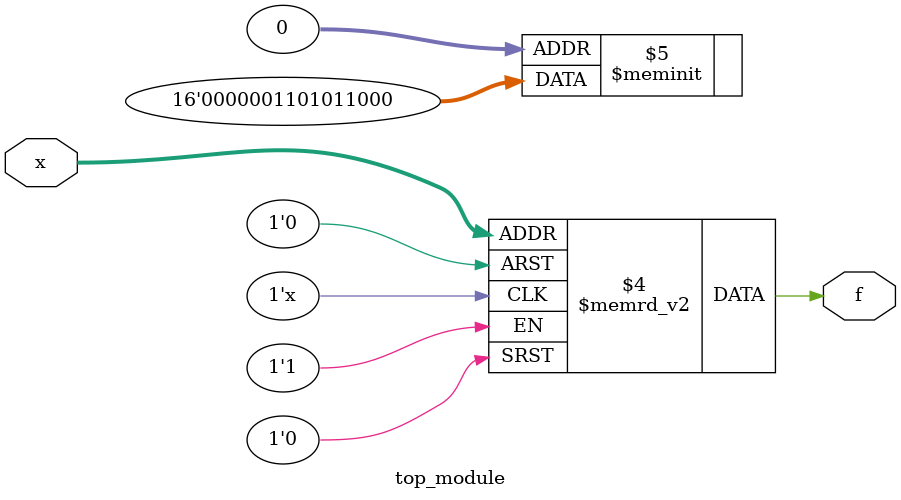
<source format=sv>
module top_module (
    input [4:1] x,
    output logic f
);

always_comb begin
    case ({x[4], x[3], x[2], x[1]})
        4'b0001: f = 1'b0;
        4'b0010: f = 1'b0;
        4'b0011: f = 1'b1;
        4'b0100: f = 1'b1;
        4'b0101: f = 1'b0;
        4'b0110: f = 1'b1;
        4'b0111: f = 1'b0;
        4'b1000: f = 1'b1;
        4'b1001: f = 1'b1;
        4'b1010: f = 1'b0;
        4'b1011: f = 1'b0;
        4'b1100: f = 1'b0;
        default: f = 1'b0; // Treat don't-care as 0
    endcase
end

endmodule

</source>
